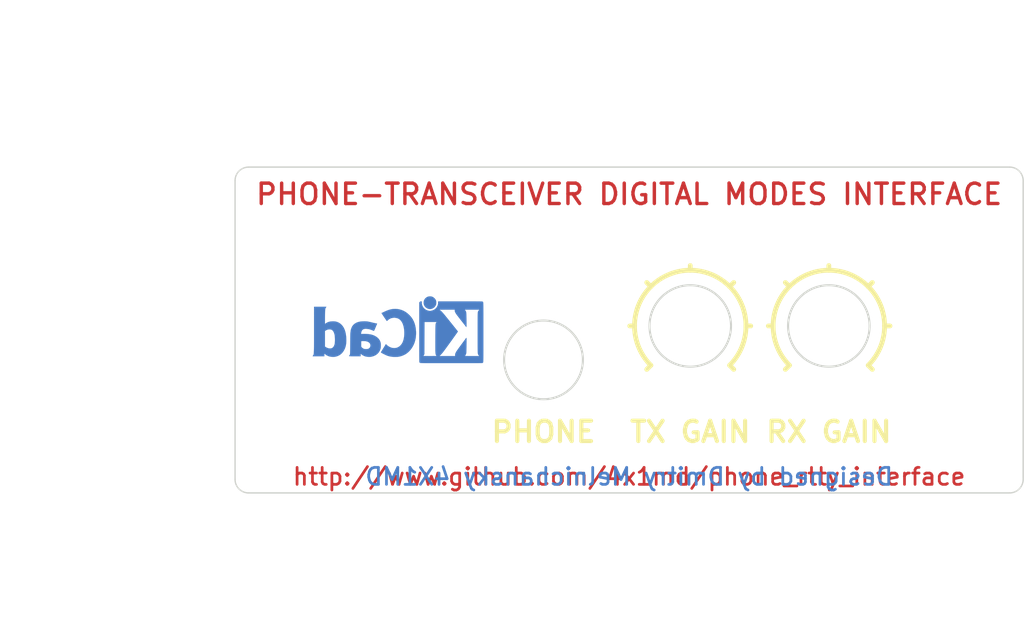
<source format=kicad_pcb>
(kicad_pcb (version 4) (host pcbnew 4.0.7-e2-6376~58~ubuntu16.04.1)

  (general
    (links 0)
    (no_connects 0)
    (area 81.883333 87.8 164.986666 136.700001)
    (thickness 1.6)
    (drawings 57)
    (tracks 0)
    (zones 0)
    (modules 3)
    (nets 1)
  )

  (page A4)
  (title_block
    (title "Phone-transceiver digital modes interface - front panel")
    (date 2017-10-28)
    (rev B)
    (comment 1 https://github.com/4x1md/phone_rtty_interface)
  )

  (layers
    (0 F.Cu signal)
    (31 B.Cu signal)
    (32 B.Adhes user)
    (33 F.Adhes user)
    (34 B.Paste user)
    (35 F.Paste user)
    (36 B.SilkS user)
    (37 F.SilkS user)
    (38 B.Mask user)
    (39 F.Mask user)
    (40 Dwgs.User user)
    (41 Cmts.User user)
    (42 Eco1.User user)
    (43 Eco2.User user)
    (44 Edge.Cuts user)
    (45 Margin user)
    (46 B.CrtYd user)
    (47 F.CrtYd user)
    (48 B.Fab user)
    (49 F.Fab user)
  )

  (setup
    (last_trace_width 0.25)
    (user_trace_width 0.5)
    (user_trace_width 0.75)
    (user_trace_width 1)
    (user_trace_width 1.5)
    (trace_clearance 0.2)
    (zone_clearance 0.35)
    (zone_45_only no)
    (trace_min 0.2)
    (segment_width 0.15)
    (edge_width 0.15)
    (via_size 0.6)
    (via_drill 0.4)
    (via_min_size 0.4)
    (via_min_drill 0.3)
    (user_via 0.75 0.4)
    (user_via 0.85 0.4)
    (user_via 1 0.4)
    (uvia_size 0.3)
    (uvia_drill 0.1)
    (uvias_allowed no)
    (uvia_min_size 0.2)
    (uvia_min_drill 0.1)
    (pcb_text_width 0.3)
    (pcb_text_size 1.5 1.5)
    (mod_edge_width 0.15)
    (mod_text_size 1 1)
    (mod_text_width 0.15)
    (pad_size 2.7 2.7)
    (pad_drill 2.7)
    (pad_to_mask_clearance 0.2)
    (aux_axis_origin 100 100)
    (visible_elements 7FFFFFFF)
    (pcbplotparams
      (layerselection 0x010e0_80000001)
      (usegerberextensions true)
      (excludeedgelayer true)
      (linewidth 0.100000)
      (plotframeref false)
      (viasonmask false)
      (mode 1)
      (useauxorigin false)
      (hpglpennumber 1)
      (hpglpenspeed 20)
      (hpglpendiameter 15)
      (hpglpenoverlay 2)
      (psnegative false)
      (psa4output false)
      (plotreference true)
      (plotvalue false)
      (plotinvisibletext false)
      (padsonsilk false)
      (subtractmaskfromsilk false)
      (outputformat 1)
      (mirror false)
      (drillshape 0)
      (scaleselection 1)
      (outputdirectory gerbers))
  )

  (net 0 "")

  (net_class Default "This is the default net class."
    (clearance 0.2)
    (trace_width 0.25)
    (via_dia 0.6)
    (via_drill 0.4)
    (uvia_dia 0.3)
    (uvia_drill 0.1)
  )

  (module Mounting_Holes:MountingHole_2.7mm_M2.5_ISO7380 locked (layer F.Cu) (tedit 5845FAC3) (tstamp 58459CF2)
    (at 102.7 112)
    (descr "Mounting Hole 2.7mm, no annular, M2.5, ISO7380")
    (tags "mounting hole 2.7mm no annular m2.5 iso7380")
    (fp_text reference MH1 (at 0.37 -5.51) (layer F.SilkS) hide
      (effects (font (size 1 1) (thickness 0.15)))
    )
    (fp_text value MH_2.7mm_M2.5_ISO7380 (at 0.37 -4.24) (layer F.Fab) hide
      (effects (font (size 1 1) (thickness 0.15)))
    )
    (fp_circle (center 0 0) (end 2.25 0) (layer Cmts.User) (width 0.15))
    (fp_circle (center 0 0) (end 2.5 0) (layer F.CrtYd) (width 0.05))
    (pad 1 np_thru_hole circle (at 0 0) (size 2.7 2.7) (drill 2.7) (layers *.Cu *.Mask))
  )

  (module Mounting_Holes:MountingHole_2.7mm_M2.5_ISO7380 locked (layer F.Cu) (tedit 5845FABA) (tstamp 58459D22)
    (at 155.3 112)
    (descr "Mounting Hole 2.7mm, no annular, M2.5, ISO7380")
    (tags "mounting hole 2.7mm no annular m2.5 iso7380")
    (fp_text reference MH2 (at -0.18 -5.51) (layer F.SilkS) hide
      (effects (font (size 1 1) (thickness 0.15)))
    )
    (fp_text value MH_2.7mm_M2.5_ISO7380 (at -0.18 -4.24) (layer F.Fab) hide
      (effects (font (size 1 1) (thickness 0.15)))
    )
    (fp_circle (center 0 0) (end 2.25 0) (layer Cmts.User) (width 0.15))
    (fp_circle (center 0 0) (end 2.5 0) (layer F.CrtYd) (width 0.05))
    (pad 1 np_thru_hole circle (at 0 0) (size 2.7 2.7) (drill 2.7) (layers *.Cu *.Mask))
  )

  (module custom_kicad_footprints:KiCad-Logo_Copper (layer B.Cu) (tedit 0) (tstamp 59F48DE3)
    (at 112 112.5 180)
    (descr "KiCad Logo")
    (tags "Logo KiCad")
    (attr virtual)
    (fp_text reference REF*** (at 0 0 180) (layer B.Cu) hide
      (effects (font (size 1 1) (thickness 0.15)) (justify mirror))
    )
    (fp_text value KiCad-Logo_Copper (at 0.75 0 180) (layer B.Fab) hide
      (effects (font (size 1 1) (thickness 0.15)) (justify mirror))
    )
    (fp_poly (pts (xy -2.9464 2.510946) (xy -2.935535 2.397007) (xy -2.903918 2.289384) (xy -2.853015 2.190385)
      (xy -2.784293 2.102316) (xy -2.699219 2.027484) (xy -2.602232 1.969616) (xy -2.495964 1.929995)
      (xy -2.38895 1.911427) (xy -2.2833 1.912566) (xy -2.181125 1.93207) (xy -2.084534 1.968594)
      (xy -1.995638 2.020795) (xy -1.916546 2.087327) (xy -1.849369 2.166848) (xy -1.796217 2.258013)
      (xy -1.759199 2.359477) (xy -1.740427 2.469898) (xy -1.738489 2.519794) (xy -1.738489 2.607733)
      (xy -1.68656 2.607733) (xy -1.650253 2.604889) (xy -1.623355 2.593089) (xy -1.596249 2.569351)
      (xy -1.557867 2.530969) (xy -1.557867 0.339398) (xy -1.557876 0.077261) (xy -1.557908 -0.163241)
      (xy -1.557972 -0.383048) (xy -1.558076 -0.583101) (xy -1.558227 -0.764344) (xy -1.558434 -0.927716)
      (xy -1.558706 -1.07416) (xy -1.55905 -1.204617) (xy -1.559474 -1.320029) (xy -1.559987 -1.421338)
      (xy -1.560597 -1.509484) (xy -1.561312 -1.58541) (xy -1.56214 -1.650057) (xy -1.563089 -1.704367)
      (xy -1.564167 -1.74928) (xy -1.565383 -1.78574) (xy -1.566745 -1.814687) (xy -1.568261 -1.837063)
      (xy -1.569938 -1.853809) (xy -1.571786 -1.865868) (xy -1.573813 -1.87418) (xy -1.576025 -1.879687)
      (xy -1.577108 -1.881537) (xy -1.581271 -1.888549) (xy -1.584805 -1.894996) (xy -1.588635 -1.9009)
      (xy -1.593682 -1.906286) (xy -1.600871 -1.911178) (xy -1.611123 -1.915598) (xy -1.625364 -1.919572)
      (xy -1.644514 -1.923121) (xy -1.669499 -1.92627) (xy -1.70124 -1.929042) (xy -1.740662 -1.931461)
      (xy -1.788686 -1.933551) (xy -1.846237 -1.935335) (xy -1.914237 -1.936837) (xy -1.99361 -1.93808)
      (xy -2.085279 -1.939089) (xy -2.190166 -1.939885) (xy -2.309196 -1.940494) (xy -2.44329 -1.940939)
      (xy -2.593373 -1.941243) (xy -2.760367 -1.94143) (xy -2.945196 -1.941524) (xy -3.148783 -1.941548)
      (xy -3.37205 -1.941525) (xy -3.615922 -1.94148) (xy -3.881321 -1.941437) (xy -3.919704 -1.941432)
      (xy -4.186682 -1.941389) (xy -4.432002 -1.941318) (xy -4.656583 -1.941213) (xy -4.861345 -1.941066)
      (xy -5.047206 -1.940869) (xy -5.215088 -1.940616) (xy -5.365908 -1.9403) (xy -5.500587 -1.939913)
      (xy -5.620044 -1.939447) (xy -5.725199 -1.938897) (xy -5.816971 -1.938253) (xy -5.896279 -1.937511)
      (xy -5.964043 -1.936661) (xy -6.021182 -1.935697) (xy -6.068617 -1.934611) (xy -6.107266 -1.933397)
      (xy -6.138049 -1.932047) (xy -6.161885 -1.930555) (xy -6.179694 -1.928911) (xy -6.192395 -1.927111)
      (xy -6.200908 -1.925145) (xy -6.205266 -1.923477) (xy -6.213728 -1.919906) (xy -6.221497 -1.91727)
      (xy -6.228602 -1.914634) (xy -6.235073 -1.911062) (xy -6.240939 -1.905621) (xy -6.246229 -1.897375)
      (xy -6.250974 -1.88539) (xy -6.255202 -1.868731) (xy -6.258943 -1.846463) (xy -6.262227 -1.817652)
      (xy -6.265083 -1.781363) (xy -6.26754 -1.736661) (xy -6.269629 -1.682611) (xy -6.271378 -1.618279)
      (xy -6.272817 -1.54273) (xy -6.273976 -1.45503) (xy -6.274883 -1.354243) (xy -6.275569 -1.239434)
      (xy -6.276063 -1.10967) (xy -6.276395 -0.964015) (xy -6.276593 -0.801535) (xy -6.276687 -0.621295)
      (xy -6.276708 -0.42236) (xy -6.276685 -0.203796) (xy -6.276646 0.035332) (xy -6.276622 0.29596)
      (xy -6.276622 0.338111) (xy -6.276636 0.601008) (xy -6.276661 0.842268) (xy -6.276671 1.062835)
      (xy -6.276642 1.263648) (xy -6.276548 1.445651) (xy -6.276362 1.609784) (xy -6.276059 1.756989)
      (xy -6.275614 1.888208) (xy -6.275034 1.998133) (xy -5.972197 1.998133) (xy -5.932407 1.940289)
      (xy -5.921236 1.924521) (xy -5.911166 1.910559) (xy -5.902138 1.897216) (xy -5.894097 1.883307)
      (xy -5.886986 1.867644) (xy -5.880747 1.849042) (xy -5.875325 1.826314) (xy -5.870662 1.798273)
      (xy -5.866701 1.763733) (xy -5.863385 1.721508) (xy -5.860659 1.670411) (xy -5.858464 1.609256)
      (xy -5.856745 1.536856) (xy -5.855444 1.452025) (xy -5.854505 1.353578) (xy -5.85387 1.240326)
      (xy -5.853484 1.111084) (xy -5.853288 0.964666) (xy -5.853227 0.799884) (xy -5.853243 0.615553)
      (xy -5.85328 0.410487) (xy -5.853289 0.287867) (xy -5.853265 0.070918) (xy -5.853231 -0.124642)
      (xy -5.853243 -0.299999) (xy -5.853358 -0.456341) (xy -5.85363 -0.594857) (xy -5.854118 -0.716734)
      (xy -5.854876 -0.82316) (xy -5.855962 -0.915322) (xy -5.857431 -0.994409) (xy -5.85934 -1.061608)
      (xy -5.861744 -1.118107) (xy -5.864701 -1.165093) (xy -5.868266 -1.203755) (xy -5.872495 -1.23528)
      (xy -5.877446 -1.260855) (xy -5.883173 -1.28167) (xy -5.889733 -1.298911) (xy -5.897183 -1.313765)
      (xy -5.905579 -1.327422) (xy -5.914976 -1.341069) (xy -5.925432 -1.355893) (xy -5.931523 -1.364783)
      (xy -5.970296 -1.4224) (xy -5.438732 -1.4224) (xy -5.315483 -1.422365) (xy -5.212987 -1.422215)
      (xy -5.12942 -1.421878) (xy -5.062956 -1.421286) (xy -5.011771 -1.420367) (xy -4.974041 -1.419051)
      (xy -4.94794 -1.417269) (xy -4.931644 -1.414951) (xy -4.923328 -1.412026) (xy -4.921168 -1.408424)
      (xy -4.923339 -1.404075) (xy -4.924535 -1.402645) (xy -4.949685 -1.365573) (xy -4.975583 -1.312772)
      (xy -4.999192 -1.25077) (xy -5.007461 -1.224357) (xy -5.012078 -1.206416) (xy -5.015979 -1.185355)
      (xy -5.019248 -1.159089) (xy -5.021966 -1.125532) (xy -5.024215 -1.082599) (xy -5.026077 -1.028204)
      (xy -5.027636 -0.960262) (xy -5.028972 -0.876688) (xy -5.030169 -0.775395) (xy -5.031308 -0.6543)
      (xy -5.031685 -0.6096) (xy -5.032702 -0.484449) (xy -5.03346 -0.380082) (xy -5.033903 -0.294707)
      (xy -5.03397 -0.226533) (xy -5.033605 -0.173765) (xy -5.032748 -0.134614) (xy -5.031341 -0.107285)
      (xy -5.029325 -0.089986) (xy -5.026643 -0.080926) (xy -5.023236 -0.078312) (xy -5.019044 -0.080351)
      (xy -5.014571 -0.084667) (xy -5.004216 -0.097602) (xy -4.982158 -0.126676) (xy -4.949957 -0.169759)
      (xy -4.909174 -0.224718) (xy -4.86137 -0.289423) (xy -4.808105 -0.361742) (xy -4.75094 -0.439544)
      (xy -4.691437 -0.520698) (xy -4.631155 -0.603072) (xy -4.571655 -0.684536) (xy -4.514498 -0.762957)
      (xy -4.461245 -0.836204) (xy -4.413457 -0.902147) (xy -4.372693 -0.958654) (xy -4.340516 -1.003593)
      (xy -4.318485 -1.034834) (xy -4.313917 -1.041466) (xy -4.290996 -1.078369) (xy -4.264188 -1.126359)
      (xy -4.238789 -1.175897) (xy -4.235568 -1.182577) (xy -4.21389 -1.230772) (xy -4.201304 -1.268334)
      (xy -4.195574 -1.30416) (xy -4.194456 -1.3462) (xy -4.19509 -1.4224) (xy -3.040651 -1.4224)
      (xy -3.131815 -1.328669) (xy -3.178612 -1.278775) (xy -3.228899 -1.222295) (xy -3.274944 -1.168026)
      (xy -3.295369 -1.142673) (xy -3.325807 -1.103128) (xy -3.365862 -1.049916) (xy -3.414361 -0.984667)
      (xy -3.470135 -0.909011) (xy -3.532011 -0.824577) (xy -3.598819 -0.732994) (xy -3.669387 -0.635892)
      (xy -3.742545 -0.534901) (xy -3.817121 -0.43165) (xy -3.891944 -0.327768) (xy -3.965843 -0.224885)
      (xy -4.037646 -0.124631) (xy -4.106184 -0.028636) (xy -4.170284 0.061473) (xy -4.228775 0.144064)
      (xy -4.280486 0.217508) (xy -4.324247 0.280176) (xy -4.358885 0.330439) (xy -4.38323 0.366666)
      (xy -4.396111 0.387229) (xy -4.397869 0.391332) (xy -4.38991 0.402658) (xy -4.369115 0.429838)
      (xy -4.336847 0.471171) (xy -4.29447 0.524956) (xy -4.243347 0.589494) (xy -4.184841 0.663082)
      (xy -4.120314 0.744022) (xy -4.051131 0.830612) (xy -3.978653 0.921152) (xy -3.904246 1.01394)
      (xy -3.844517 1.088298) (xy -2.833511 1.088298) (xy -2.827602 1.075341) (xy -2.813272 1.053092)
      (xy -2.812225 1.051609) (xy -2.793438 1.021456) (xy -2.773791 0.984625) (xy -2.769892 0.976489)
      (xy -2.766356 0.96806) (xy -2.76323 0.957941) (xy -2.760486 0.94474) (xy -2.758092 0.927062)
      (xy -2.756019 0.903516) (xy -2.754235 0.872707) (xy -2.752712 0.833243) (xy -2.751419 0.783731)
      (xy -2.750326 0.722777) (xy -2.749403 0.648989) (xy -2.748619 0.560972) (xy -2.747945 0.457335)
      (xy -2.74735 0.336684) (xy -2.746805 0.197626) (xy -2.746279 0.038768) (xy -2.745745 -0.140089)
      (xy -2.745206 -0.325207) (xy -2.744772 -0.489145) (xy -2.744509 -0.633303) (xy -2.744484 -0.759079)
      (xy -2.744765 -0.867871) (xy -2.745419 -0.961077) (xy -2.746514 -1.040097) (xy -2.748118 -1.106328)
      (xy -2.750297 -1.16117) (xy -2.753119 -1.206021) (xy -2.756651 -1.242278) (xy -2.760961 -1.271341)
      (xy -2.766117 -1.294609) (xy -2.772185 -1.313479) (xy -2.779233 -1.329351) (xy -2.787329 -1.343622)
      (xy -2.79654 -1.357691) (xy -2.80504 -1.370158) (xy -2.822176 -1.396452) (xy -2.832322 -1.414037)
      (xy -2.833511 -1.417257) (xy -2.822604 -1.418334) (xy -2.791411 -1.419335) (xy -2.742223 -1.420235)
      (xy -2.677333 -1.42101) (xy -2.59903 -1.421637) (xy -2.509607 -1.422091) (xy -2.411356 -1.422349)
      (xy -2.342445 -1.4224) (xy -2.237452 -1.42218) (xy -2.14061 -1.421548) (xy -2.054107 -1.420549)
      (xy -1.980132 -1.419227) (xy -1.920874 -1.417626) (xy -1.87852 -1.415791) (xy -1.85526 -1.413765)
      (xy -1.851378 -1.412493) (xy -1.859076 -1.397591) (xy -1.867074 -1.38956) (xy -1.880246 -1.372434)
      (xy -1.897485 -1.342183) (xy -1.909407 -1.317622) (xy -1.936045 -1.258711) (xy -1.93912 -0.081845)
      (xy -1.942195 1.095022) (xy -2.387853 1.095022) (xy -2.48567 1.094858) (xy -2.576064 1.094389)
      (xy -2.65663 1.093653) (xy -2.724962 1.092684) (xy -2.778656 1.09152) (xy -2.815305 1.090197)
      (xy -2.832504 1.088751) (xy -2.833511 1.088298) (xy -3.844517 1.088298) (xy -3.82927 1.107278)
      (xy -3.75509 1.199463) (xy -3.683069 1.288796) (xy -3.614569 1.373576) (xy -3.550955 1.452102)
      (xy -3.493588 1.522674) (xy -3.443833 1.583591) (xy -3.403052 1.633153) (xy -3.385888 1.653822)
      (xy -3.299596 1.754484) (xy -3.222997 1.837741) (xy -3.154183 1.905562) (xy -3.091248 1.959911)
      (xy -3.081867 1.967278) (xy -3.042356 1.997883) (xy -4.174116 1.998133) (xy -4.168827 1.950156)
      (xy -4.17213 1.892812) (xy -4.193661 1.824537) (xy -4.233635 1.744788) (xy -4.278943 1.672505)
      (xy -4.295161 1.64986) (xy -4.323214 1.612304) (xy -4.36143 1.561979) (xy -4.408137 1.501027)
      (xy -4.461661 1.431589) (xy -4.520331 1.355806) (xy -4.582475 1.27582) (xy -4.646421 1.193772)
      (xy -4.710495 1.111804) (xy -4.773027 1.032057) (xy -4.832343 0.956673) (xy -4.886771 0.887793)
      (xy -4.934639 0.827558) (xy -4.974275 0.778111) (xy -5.004006 0.741592) (xy -5.022161 0.720142)
      (xy -5.02522 0.716844) (xy -5.028079 0.724851) (xy -5.030293 0.755145) (xy -5.031857 0.807444)
      (xy -5.032767 0.881469) (xy -5.03302 0.976937) (xy -5.032613 1.093566) (xy -5.031704 1.213555)
      (xy -5.030382 1.345667) (xy -5.028857 1.457406) (xy -5.026881 1.550975) (xy -5.024206 1.628581)
      (xy -5.020582 1.692426) (xy -5.015761 1.744717) (xy -5.009494 1.787656) (xy -5.001532 1.823449)
      (xy -4.991627 1.8543) (xy -4.979531 1.882414) (xy -4.964993 1.909995) (xy -4.950311 1.935034)
      (xy -4.912314 1.998133) (xy -5.972197 1.998133) (xy -6.275034 1.998133) (xy -6.275001 2.004383)
      (xy -6.274195 2.106456) (xy -6.27317 2.195367) (xy -6.2719 2.272059) (xy -6.27036 2.337473)
      (xy -6.268524 2.392551) (xy -6.266367 2.438235) (xy -6.263863 2.475466) (xy -6.260987 2.505187)
      (xy -6.257713 2.528338) (xy -6.254015 2.545861) (xy -6.249869 2.558699) (xy -6.245247 2.567792)
      (xy -6.240126 2.574082) (xy -6.234478 2.578512) (xy -6.228279 2.582022) (xy -6.221504 2.585555)
      (xy -6.215508 2.589124) (xy -6.210275 2.5917) (xy -6.202099 2.594028) (xy -6.189886 2.596122)
      (xy -6.172541 2.597993) (xy -6.148969 2.599653) (xy -6.118077 2.601116) (xy -6.078768 2.602392)
      (xy -6.02995 2.603496) (xy -5.970527 2.604439) (xy -5.899404 2.605233) (xy -5.815488 2.605891)
      (xy -5.717683 2.606425) (xy -5.604894 2.606847) (xy -5.476029 2.607171) (xy -5.329991 2.607408)
      (xy -5.165686 2.60757) (xy -4.98202 2.60767) (xy -4.777897 2.60772) (xy -4.566753 2.607733)
      (xy -2.9464 2.607733) (xy -2.9464 2.510946)) (layer B.Cu) (width 0.01))
    (fp_poly (pts (xy 0.328429 2.050929) (xy 0.48857 2.029755) (xy 0.65251 1.989615) (xy 0.822313 1.930111)
      (xy 1.000043 1.850846) (xy 1.01131 1.845301) (xy 1.069005 1.817275) (xy 1.120552 1.793198)
      (xy 1.162191 1.774751) (xy 1.190162 1.763614) (xy 1.199733 1.761067) (xy 1.21895 1.756059)
      (xy 1.223561 1.751853) (xy 1.218458 1.74142) (xy 1.202418 1.715132) (xy 1.177288 1.675743)
      (xy 1.144914 1.626009) (xy 1.107143 1.568685) (xy 1.065822 1.506524) (xy 1.022798 1.442282)
      (xy 0.979917 1.378715) (xy 0.939026 1.318575) (xy 0.901971 1.26462) (xy 0.8706 1.219603)
      (xy 0.846759 1.186279) (xy 0.832294 1.167403) (xy 0.830309 1.165213) (xy 0.820191 1.169862)
      (xy 0.79785 1.187038) (xy 0.76728 1.21356) (xy 0.751536 1.228036) (xy 0.655047 1.303318)
      (xy 0.548336 1.358759) (xy 0.432832 1.393859) (xy 0.309962 1.40812) (xy 0.240561 1.406949)
      (xy 0.119423 1.389788) (xy 0.010205 1.353906) (xy -0.087418 1.299041) (xy -0.173772 1.22493)
      (xy -0.249185 1.131312) (xy -0.313982 1.017924) (xy -0.351399 0.931333) (xy -0.395252 0.795634)
      (xy -0.427572 0.64815) (xy -0.448443 0.492686) (xy -0.457949 0.333044) (xy -0.456173 0.173027)
      (xy -0.443197 0.016439) (xy -0.419106 -0.132918) (xy -0.383982 -0.27124) (xy -0.337908 -0.394724)
      (xy -0.321627 -0.428978) (xy -0.25338 -0.543064) (xy -0.172921 -0.639557) (xy -0.08143 -0.71767)
      (xy 0.019911 -0.776617) (xy 0.12992 -0.815612) (xy 0.247415 -0.833868) (xy 0.288883 -0.835211)
      (xy 0.410441 -0.82429) (xy 0.530878 -0.791474) (xy 0.648666 -0.737439) (xy 0.762277 -0.662865)
      (xy 0.853685 -0.584539) (xy 0.900215 -0.540008) (xy 1.081483 -0.837271) (xy 1.12658 -0.911433)
      (xy 1.167819 -0.979646) (xy 1.203735 -1.039459) (xy 1.232866 -1.08842) (xy 1.25375 -1.124079)
      (xy 1.264924 -1.143984) (xy 1.266375 -1.147079) (xy 1.258146 -1.156718) (xy 1.232567 -1.173999)
      (xy 1.192873 -1.197283) (xy 1.142297 -1.224934) (xy 1.084074 -1.255315) (xy 1.021437 -1.28679)
      (xy 0.957621 -1.317722) (xy 0.89586 -1.346473) (xy 0.839388 -1.371408) (xy 0.791438 -1.390889)
      (xy 0.767986 -1.399318) (xy 0.634221 -1.437133) (xy 0.496327 -1.462136) (xy 0.348622 -1.47514)
      (xy 0.221833 -1.477468) (xy 0.153878 -1.476373) (xy 0.088277 -1.474275) (xy 0.030847 -1.471434)
      (xy -0.012597 -1.468106) (xy -0.026702 -1.466422) (xy -0.165716 -1.437587) (xy -0.307243 -1.392468)
      (xy -0.444725 -1.33375) (xy -0.571606 -1.26412) (xy -0.649111 -1.211441) (xy -0.776519 -1.103239)
      (xy -0.894822 -0.976671) (xy -1.001828 -0.834866) (xy -1.095348 -0.680951) (xy -1.17319 -0.518053)
      (xy -1.217044 -0.400756) (xy -1.267292 -0.217128) (xy -1.300791 -0.022581) (xy -1.317551 0.178675)
      (xy -1.317584 0.382432) (xy -1.300899 0.584479) (xy -1.267507 0.780608) (xy -1.21742 0.966609)
      (xy -1.213603 0.978197) (xy -1.150719 1.14025) (xy -1.073972 1.288168) (xy -0.980758 1.426135)
      (xy -0.868473 1.558339) (xy -0.824608 1.603601) (xy -0.688466 1.727543) (xy -0.548509 1.830085)
      (xy -0.402589 1.912344) (xy -0.248558 1.975436) (xy -0.084268 2.020477) (xy 0.011289 2.037967)
      (xy 0.170023 2.053534) (xy 0.328429 2.050929)) (layer B.Cu) (width 0.01))
    (fp_poly (pts (xy 2.673574 1.133448) (xy 2.825492 1.113433) (xy 2.960756 1.079798) (xy 3.080239 1.032275)
      (xy 3.184815 0.970595) (xy 3.262424 0.907035) (xy 3.331265 0.832901) (xy 3.385006 0.753129)
      (xy 3.42791 0.660909) (xy 3.443384 0.617839) (xy 3.456244 0.578858) (xy 3.467446 0.542711)
      (xy 3.47712 0.507566) (xy 3.485396 0.47159) (xy 3.492403 0.43295) (xy 3.498272 0.389815)
      (xy 3.503131 0.340351) (xy 3.50711 0.282727) (xy 3.51034 0.215109) (xy 3.512949 0.135666)
      (xy 3.515067 0.042564) (xy 3.516824 -0.066027) (xy 3.518349 -0.191942) (xy 3.519772 -0.337012)
      (xy 3.521025 -0.479778) (xy 3.522351 -0.635968) (xy 3.523556 -0.771239) (xy 3.524766 -0.887246)
      (xy 3.526106 -0.985645) (xy 3.5277 -1.068093) (xy 3.529675 -1.136246) (xy 3.532156 -1.19176)
      (xy 3.535269 -1.236292) (xy 3.539138 -1.271498) (xy 3.543889 -1.299034) (xy 3.549648 -1.320556)
      (xy 3.556539 -1.337722) (xy 3.564689 -1.352186) (xy 3.574223 -1.365606) (xy 3.585266 -1.379638)
      (xy 3.589566 -1.385071) (xy 3.605386 -1.40791) (xy 3.612422 -1.423463) (xy 3.612444 -1.423922)
      (xy 3.601567 -1.426121) (xy 3.570582 -1.428147) (xy 3.521957 -1.429942) (xy 3.458163 -1.431451)
      (xy 3.381669 -1.432616) (xy 3.294944 -1.43338) (xy 3.200457 -1.433686) (xy 3.18955 -1.433689)
      (xy 2.766657 -1.433689) (xy 2.763395 -1.337622) (xy 2.760133 -1.241556) (xy 2.698044 -1.292543)
      (xy 2.600714 -1.360057) (xy 2.490813 -1.414749) (xy 2.404349 -1.444978) (xy 2.335278 -1.459666)
      (xy 2.251925 -1.469659) (xy 2.162159 -1.474646) (xy 2.073845 -1.474313) (xy 1.994851 -1.468351)
      (xy 1.958622 -1.462638) (xy 1.818603 -1.424776) (xy 1.692178 -1.369932) (xy 1.58026 -1.298924)
      (xy 1.483762 -1.212568) (xy 1.4036 -1.111679) (xy 1.340687 -0.997076) (xy 1.296312 -0.870984)
      (xy 1.283978 -0.814401) (xy 1.276368 -0.752202) (xy 1.272739 -0.677363) (xy 1.272245 -0.643467)
      (xy 1.27231 -0.640282) (xy 2.032248 -0.640282) (xy 2.041541 -0.715333) (xy 2.069728 -0.77916)
      (xy 2.118197 -0.834798) (xy 2.123254 -0.839211) (xy 2.171548 -0.874037) (xy 2.223257 -0.89662)
      (xy 2.283989 -0.90854) (xy 2.359352 -0.911383) (xy 2.377459 -0.910978) (xy 2.431278 -0.908325)
      (xy 2.471308 -0.902909) (xy 2.506324 -0.892745) (xy 2.545103 -0.87585) (xy 2.555745 -0.870672)
      (xy 2.616396 -0.834844) (xy 2.663215 -0.792212) (xy 2.675952 -0.776973) (xy 2.720622 -0.720462)
      (xy 2.720622 -0.524586) (xy 2.720086 -0.445939) (xy 2.718396 -0.387988) (xy 2.715428 -0.348875)
      (xy 2.711057 -0.326741) (xy 2.706972 -0.320274) (xy 2.691047 -0.317111) (xy 2.657264 -0.314488)
      (xy 2.61034 -0.312655) (xy 2.554993 -0.311857) (xy 2.546106 -0.311842) (xy 2.42533 -0.317096)
      (xy 2.32266 -0.333263) (xy 2.236106 -0.360961) (xy 2.163681 -0.400808) (xy 2.108751 -0.447758)
      (xy 2.064204 -0.505645) (xy 2.03948 -0.568693) (xy 2.032248 -0.640282) (xy 1.27231 -0.640282)
      (xy 1.274178 -0.549712) (xy 1.282522 -0.470812) (xy 1.298768 -0.39959) (xy 1.324405 -0.328864)
      (xy 1.348401 -0.276493) (xy 1.40702 -0.181196) (xy 1.485117 -0.09317) (xy 1.580315 -0.014017)
      (xy 1.690238 0.05466) (xy 1.81251 0.111259) (xy 1.944755 0.154179) (xy 2.009422 0.169118)
      (xy 2.145604 0.191223) (xy 2.294049 0.205806) (xy 2.445505 0.212187) (xy 2.572064 0.210555)
      (xy 2.73395 0.203776) (xy 2.72653 0.262755) (xy 2.707238 0.361908) (xy 2.676104 0.442628)
      (xy 2.632269 0.505534) (xy 2.574871 0.551244) (xy 2.503048 0.580378) (xy 2.415941 0.593553)
      (xy 2.312686 0.591389) (xy 2.274711 0.587388) (xy 2.13352 0.56222) (xy 1.996707 0.521186)
      (xy 1.902178 0.483185) (xy 1.857018 0.46381) (xy 1.818585 0.44824) (xy 1.792234 0.438595)
      (xy 1.784546 0.436548) (xy 1.774802 0.445626) (xy 1.758083 0.474595) (xy 1.734232 0.523783)
      (xy 1.703093 0.593516) (xy 1.664507 0.684121) (xy 1.65791 0.699911) (xy 1.627853 0.772228)
      (xy 1.600874 0.837575) (xy 1.578136 0.893094) (xy 1.560806 0.935928) (xy 1.550048 0.963219)
      (xy 1.546941 0.972058) (xy 1.55694 0.976813) (xy 1.583217 0.98209) (xy 1.611489 0.985769)
      (xy 1.641646 0.990526) (xy 1.689433 0.999972) (xy 1.750612 1.01318) (xy 1.820946 1.029224)
      (xy 1.896194 1.04718) (xy 1.924755 1.054203) (xy 2.029816 1.079791) (xy 2.11748 1.099853)
      (xy 2.192068 1.115031) (xy 2.257903 1.125965) (xy 2.319307 1.133296) (xy 2.380602 1.137665)
      (xy 2.44611 1.139713) (xy 2.504128 1.140111) (xy 2.673574 1.133448)) (layer B.Cu) (width 0.01))
    (fp_poly (pts (xy 6.186507 0.527755) (xy 6.186526 0.293338) (xy 6.186552 0.080397) (xy 6.186625 -0.112168)
      (xy 6.186782 -0.285459) (xy 6.187064 -0.440576) (xy 6.187509 -0.57862) (xy 6.188156 -0.700692)
      (xy 6.189045 -0.807894) (xy 6.190213 -0.901326) (xy 6.191701 -0.98209) (xy 6.193546 -1.051286)
      (xy 6.195789 -1.110015) (xy 6.198469 -1.159379) (xy 6.201623 -1.200478) (xy 6.205292 -1.234413)
      (xy 6.209513 -1.262286) (xy 6.214327 -1.285198) (xy 6.219773 -1.304249) (xy 6.225888 -1.32054)
      (xy 6.232712 -1.335173) (xy 6.240285 -1.349249) (xy 6.248645 -1.363868) (xy 6.253839 -1.372974)
      (xy 6.288104 -1.433689) (xy 5.429955 -1.433689) (xy 5.429955 -1.337733) (xy 5.429224 -1.29437)
      (xy 5.427272 -1.261205) (xy 5.424463 -1.243424) (xy 5.423221 -1.241778) (xy 5.411799 -1.248662)
      (xy 5.389084 -1.266505) (xy 5.366385 -1.285879) (xy 5.3118 -1.326614) (xy 5.242321 -1.367617)
      (xy 5.16527 -1.405123) (xy 5.087965 -1.435364) (xy 5.057113 -1.445012) (xy 4.988616 -1.459578)
      (xy 4.905764 -1.469539) (xy 4.816371 -1.474583) (xy 4.728248 -1.474396) (xy 4.649207 -1.468666)
      (xy 4.611511 -1.462858) (xy 4.473414 -1.424797) (xy 4.346113 -1.367073) (xy 4.230292 -1.290211)
      (xy 4.126637 -1.194739) (xy 4.035833 -1.081179) (xy 3.969031 -0.970381) (xy 3.914164 -0.853625)
      (xy 3.872163 -0.734276) (xy 3.842167 -0.608283) (xy 3.823311 -0.471594) (xy 3.814732 -0.320158)
      (xy 3.814006 -0.242711) (xy 3.8161 -0.185934) (xy 4.645217 -0.185934) (xy 4.645424 -0.279002)
      (xy 4.648337 -0.366692) (xy 4.654 -0.443772) (xy 4.662455 -0.505009) (xy 4.665038 -0.51735)
      (xy 4.69684 -0.624633) (xy 4.738498 -0.711658) (xy 4.790363 -0.778642) (xy 4.852781 -0.825805)
      (xy 4.9261 -0.853365) (xy 5.010669 -0.861541) (xy 5.106835 -0.850551) (xy 5.170311 -0.834829)
      (xy 5.219454 -0.816639) (xy 5.273583 -0.790791) (xy 5.314244 -0.767089) (xy 5.3848 -0.720721)
      (xy 5.3848 0.42947) (xy 5.317392 0.473038) (xy 5.238867 0.51396) (xy 5.154681 0.540611)
      (xy 5.069557 0.552535) (xy 4.988216 0.549278) (xy 4.91538 0.530385) (xy 4.883426 0.514816)
      (xy 4.825501 0.471819) (xy 4.776544 0.415047) (xy 4.73539 0.342425) (xy 4.700874 0.251879)
      (xy 4.671833 0.141334) (xy 4.670552 0.135467) (xy 4.660381 0.073212) (xy 4.652739 -0.004594)
      (xy 4.64767 -0.09272) (xy 4.645217 -0.185934) (xy 3.8161 -0.185934) (xy 3.821857 -0.029895)
      (xy 3.843802 0.165941) (xy 3.879786 0.344668) (xy 3.929759 0.506155) (xy 3.993668 0.650274)
      (xy 4.071462 0.776894) (xy 4.163089 0.885885) (xy 4.268497 0.977117) (xy 4.313662 1.008068)
      (xy 4.414611 1.064215) (xy 4.517901 1.103826) (xy 4.627989 1.127986) (xy 4.74933 1.137781)
      (xy 4.841836 1.136735) (xy 4.97149 1.125769) (xy 5.084084 1.103954) (xy 5.182875 1.070286)
      (xy 5.271121 1.023764) (xy 5.319986 0.989552) (xy 5.349353 0.967638) (xy 5.371043 0.952667)
      (xy 5.379253 0.948267) (xy 5.380868 0.959096) (xy 5.382159 0.989749) (xy 5.383138 1.037474)
      (xy 5.383817 1.099521) (xy 5.38421 1.173138) (xy 5.38433 1.255573) (xy 5.384188 1.344075)
      (xy 5.383797 1.435893) (xy 5.383171 1.528276) (xy 5.38232 1.618472) (xy 5.38126 1.703729)
      (xy 5.380001 1.781297) (xy 5.378556 1.848424) (xy 5.376938 1.902359) (xy 5.375161 1.94035)
      (xy 5.374669 1.947333) (xy 5.367092 2.017749) (xy 5.355531 2.072898) (xy 5.337792 2.120019)
      (xy 5.311682 2.166353) (xy 5.305415 2.175933) (xy 5.280983 2.212622) (xy 6.186311 2.212622)
      (xy 6.186507 0.527755)) (layer B.Cu) (width 0.01))
    (fp_poly (pts (xy -2.273043 2.973429) (xy -2.176768 2.949191) (xy -2.090184 2.906359) (xy -2.015373 2.846581)
      (xy -1.954418 2.771506) (xy -1.909399 2.68278) (xy -1.883136 2.58647) (xy -1.877286 2.489205)
      (xy -1.89214 2.395346) (xy -1.92584 2.307489) (xy -1.976528 2.22823) (xy -2.042345 2.160164)
      (xy -2.121434 2.105888) (xy -2.211934 2.067998) (xy -2.2632 2.055574) (xy -2.307698 2.048053)
      (xy -2.341999 2.045081) (xy -2.37496 2.046906) (xy -2.415434 2.053775) (xy -2.448531 2.06075)
      (xy -2.541947 2.092259) (xy -2.625619 2.143383) (xy -2.697665 2.212571) (xy -2.7562 2.298272)
      (xy -2.770148 2.325511) (xy -2.786586 2.361878) (xy -2.796894 2.392418) (xy -2.80246 2.42455)
      (xy -2.804669 2.465693) (xy -2.804948 2.511778) (xy -2.800861 2.596135) (xy -2.787446 2.665414)
      (xy -2.762256 2.726039) (xy -2.722846 2.784433) (xy -2.684298 2.828698) (xy -2.612406 2.894516)
      (xy -2.537313 2.939947) (xy -2.454562 2.96715) (xy -2.376928 2.977424) (xy -2.273043 2.973429)) (layer B.Cu) (width 0.01))
  )

  (gr_line (start 147.8 111.7) (end 148.2 111.7) (angle 90) (layer F.SilkS) (width 0.35))
  (gr_arc (start 143.7 111.7) (end 140.8 114.6) (angle 90) (layer F.SilkS) (width 0.35))
  (gr_arc (start 143.7 111.7) (end 140.8 108.8) (angle 90) (layer F.SilkS) (width 0.35))
  (gr_arc (start 143.7 111.7) (end 146.6 108.8) (angle 90) (layer F.SilkS) (width 0.35))
  (gr_arc (start 133.5 111.7) (end 130.6 114.6) (angle 90) (layer F.SilkS) (width 0.35))
  (gr_arc (start 133.5 111.7) (end 130.6 108.8) (angle 90) (layer F.SilkS) (width 0.35))
  (gr_arc (start 133.5 111.7) (end 136.4 108.8) (angle 90) (layer F.SilkS) (width 0.35))
  (gr_circle (center 122.7 114.2) (end 122.7 117.1) (layer Edge.Cuts) (width 0.15))
  (gr_line (start 122.7 110.8) (end 122.7 117.6) (angle 90) (layer Dwgs.User) (width 0.05))
  (gr_circle (center 133.5 111.7) (end 136.5 111.7) (layer Edge.Cuts) (width 0.15) (tstamp 59F79712))
  (gr_circle (center 143.7 111.7) (end 146.7 111.7) (layer Edge.Cuts) (width 0.15))
  (gr_line (start 140.8 108.8) (end 140.5 108.5) (angle 90) (layer F.SilkS) (width 0.35))
  (gr_line (start 147.2 115.2) (end 140.3 108.3) (angle 90) (layer Dwgs.User) (width 0.05))
  (gr_line (start 140.2 115.2) (end 147.2 108.2) (angle 90) (layer Dwgs.User) (width 0.05))
  (gr_line (start 137 115.2) (end 130 108.2) (angle 90) (layer Dwgs.User) (width 0.05))
  (gr_line (start 130 115.2) (end 137 108.2) (angle 90) (layer Dwgs.User) (width 0.05))
  (gr_line (start 146.9 114.9) (end 146.6 114.6) (angle 90) (layer F.SilkS) (width 0.35))
  (gr_line (start 140.5 114.9) (end 140.8 114.6) (angle 90) (layer F.SilkS) (width 0.35))
  (gr_line (start 146.9 108.5) (end 146.6 108.8) (angle 90) (layer F.SilkS) (width 0.35))
  (gr_line (start 136.7 114.9) (end 136.4 114.6) (angle 90) (layer F.SilkS) (width 0.35))
  (gr_line (start 130.3 114.9) (end 130.6 114.6) (angle 90) (layer F.SilkS) (width 0.35))
  (gr_line (start 130.3 108.5) (end 130.6 108.8) (angle 90) (layer F.SilkS) (width 0.35))
  (gr_line (start 136.7 108.5) (end 136.4 108.8) (angle 90) (layer F.SilkS) (width 0.35))
  (gr_line (start 129.05 111.7) (end 129.4 111.7) (angle 90) (layer F.SilkS) (width 0.35) (tstamp 59F49008))
  (gr_line (start 133.5 107.25) (end 133.5 107.6) (angle 90) (layer F.SilkS) (width 0.35) (tstamp 59F48FFE))
  (gr_line (start 118.8 114.2) (end 126.6 114.2) (angle 90) (layer Dwgs.User) (width 0.05) (tstamp 59F48F07))
  (gr_text "PCB level" (at 152.4 115.9) (layer Cmts.User)
    (effects (font (size 1.2 1.2) (thickness 0.1)))
  )
  (dimension 24 (width 0.1) (layer Dwgs.User)
    (gr_text "24.000 mm" (at 86.65 112 270) (layer Dwgs.User) (tstamp 59F48ECE)
      (effects (font (size 1.1 1.1) (thickness 0.1)))
    )
    (feature1 (pts (xy 99.5 124) (xy 85.3 124)))
    (feature2 (pts (xy 99.5 100) (xy 85.3 100)))
    (crossbar (pts (xy 88 100) (xy 88 124)))
    (arrow1a (pts (xy 88 124) (xy 87.413579 122.873496)))
    (arrow1b (pts (xy 88 124) (xy 88.586421 122.873496)))
    (arrow2a (pts (xy 88 100) (xy 87.413579 101.126504)))
    (arrow2b (pts (xy 88 100) (xy 88.586421 101.126504)))
  )
  (dimension 12.3 (width 0.1) (layer Dwgs.User)
    (gr_text "12.300 mm" (at 90.65 117.85 270) (layer Dwgs.User) (tstamp 59F48ECC)
      (effects (font (size 1.1 1.1) (thickness 0.1)))
    )
    (feature1 (pts (xy 99.5 124) (xy 89.3 124)))
    (feature2 (pts (xy 99.5 111.7) (xy 89.3 111.7)))
    (crossbar (pts (xy 92 111.7) (xy 92 124)))
    (arrow1a (pts (xy 92 124) (xy 91.413579 122.873496)))
    (arrow1b (pts (xy 92 124) (xy 92.586421 122.873496)))
    (arrow2a (pts (xy 92 111.7) (xy 91.413579 112.826504)))
    (arrow2b (pts (xy 92 111.7) (xy 92.586421 112.826504)))
  )
  (gr_line (start 137.6 111.7) (end 137.95 111.7) (angle 90) (layer F.SilkS) (width 0.35) (tstamp 59F48E25))
  (gr_line (start 139.25 111.7) (end 139.6 111.7) (angle 90) (layer F.SilkS) (width 0.35) (tstamp 59F48E23))
  (gr_line (start 143.7 107.25) (end 143.7 107.6) (angle 90) (layer F.SilkS) (width 0.35) (tstamp 59F48E19))
  (gr_text PHONE (at 122.7 119.5) (layer F.SilkS)
    (effects (font (size 1.5 1.5) (thickness 0.3)))
  )
  (gr_text "RX GAIN" (at 143.7 119.5) (layer F.SilkS)
    (effects (font (size 1.5 1.5) (thickness 0.3)))
  )
  (gr_text "TX GAIN" (at 133.5 119.5) (layer F.SilkS)
    (effects (font (size 1.5 1.5) (thickness 0.3)))
  )
  (gr_line (start 143.7 106.7) (end 143.7 116.7) (angle 90) (layer Dwgs.User) (width 0.05))
  (gr_line (start 133.5 106.7) (end 133.5 116.7) (angle 90) (layer Dwgs.User) (width 0.05))
  (gr_line (start 127.5 111.7) (end 149.7 111.7) (angle 90) (layer Dwgs.User) (width 0.05) (tstamp 59F48643))
  (dimension 10.2 (width 0.1) (layer Dwgs.User)
    (gr_text "10.200 mm" (at 94.65 118.9 270) (layer Dwgs.User) (tstamp 59F48ED6)
      (effects (font (size 1 1) (thickness 0.1)))
    )
    (feature1 (pts (xy 99.5 124) (xy 93.3 124)))
    (feature2 (pts (xy 99.5 113.8) (xy 93.3 113.8)))
    (crossbar (pts (xy 96 113.8) (xy 96 124)))
    (arrow1a (pts (xy 96 124) (xy 95.413579 122.873496)))
    (arrow1b (pts (xy 96 124) (xy 96.586421 122.873496)))
    (arrow2a (pts (xy 96 113.8) (xy 95.413579 114.926504)))
    (arrow2b (pts (xy 96 113.8) (xy 96.586421 114.926504)))
  )
  (dimension 58 (width 0.15) (layer Dwgs.User)
    (gr_text "58.000 mm" (at 129 95.65) (layer Dwgs.User)
      (effects (font (size 1.5 1.5) (thickness 0.15)))
    )
    (feature1 (pts (xy 158 99.5) (xy 158 94.3)))
    (feature2 (pts (xy 100 99.5) (xy 100 94.3)))
    (crossbar (pts (xy 100 97) (xy 158 97)))
    (arrow1a (pts (xy 158 97) (xy 156.873496 97.586421)))
    (arrow1b (pts (xy 158 97) (xy 156.873496 96.413579)))
    (arrow2a (pts (xy 100 97) (xy 101.126504 97.586421)))
    (arrow2b (pts (xy 100 97) (xy 101.126504 96.413579)))
  )
  (dimension 39.7 (width 0.1) (layer Dwgs.User)
    (gr_text "39.700 mm" (at 123.85 135.35) (layer Dwgs.User)
      (effects (font (size 1.1 1.1) (thickness 0.1)))
    )
    (feature1 (pts (xy 143.7 124.5) (xy 143.7 136.7)))
    (feature2 (pts (xy 104 124.5) (xy 104 136.7)))
    (crossbar (pts (xy 104 134) (xy 143.7 134)))
    (arrow1a (pts (xy 143.7 134) (xy 142.573496 134.586421)))
    (arrow1b (pts (xy 143.7 134) (xy 142.573496 133.413579)))
    (arrow2a (pts (xy 104 134) (xy 105.126504 134.586421)))
    (arrow2b (pts (xy 104 134) (xy 105.126504 133.413579)))
  )
  (dimension 29.5 (width 0.1) (layer Dwgs.User)
    (gr_text "29.500 mm" (at 118.75 131.35) (layer Dwgs.User)
      (effects (font (size 1.1 1.1) (thickness 0.1)))
    )
    (feature1 (pts (xy 104 124.5) (xy 104 132.7)))
    (feature2 (pts (xy 133.5 124.5) (xy 133.5 132.7)))
    (crossbar (pts (xy 133.5 130) (xy 104 130)))
    (arrow1a (pts (xy 104 130) (xy 105.126504 129.413579)))
    (arrow1b (pts (xy 104 130) (xy 105.126504 130.586421)))
    (arrow2a (pts (xy 133.5 130) (xy 132.373496 129.413579)))
    (arrow2b (pts (xy 133.5 130) (xy 132.373496 130.586421)))
  )
  (dimension 18.7 (width 0.1) (layer Dwgs.User)
    (gr_text "18.700 mm" (at 113.35 127.35) (layer Dwgs.User)
      (effects (font (size 1.1 1.1) (thickness 0.1)))
    )
    (feature1 (pts (xy 122.7 124.5) (xy 122.7 128.7)))
    (feature2 (pts (xy 104 124.5) (xy 104 128.7)))
    (crossbar (pts (xy 104 126) (xy 122.7 126)))
    (arrow1a (pts (xy 122.7 126) (xy 121.573496 126.586421)))
    (arrow1b (pts (xy 122.7 126) (xy 121.573496 125.413579)))
    (arrow2a (pts (xy 104 126) (xy 105.126504 126.586421)))
    (arrow2b (pts (xy 104 126) (xy 105.126504 125.413579)))
  )
  (gr_line (start 104 124) (end 104 135) (angle 90) (layer Dwgs.User) (width 0.15))
  (gr_line (start 100 116.7) (end 158 116.7) (angle 90) (layer Dwgs.User) (width 0.05))
  (gr_arc (start 101 101) (end 100 101) (angle 90) (layer Edge.Cuts) (width 0.1))
  (gr_arc (start 101 123) (end 101 124) (angle 90) (layer Edge.Cuts) (width 0.1))
  (gr_arc (start 157 123) (end 158 123) (angle 90) (layer Edge.Cuts) (width 0.1))
  (gr_arc (start 157 101) (end 157 100) (angle 90) (layer Edge.Cuts) (width 0.1))
  (gr_text "RTTY Interface Rev. B\nFront Panel" (at 129 91) (layer Cmts.User)
    (effects (font (size 2 2) (thickness 0.3)))
  )
  (gr_text "Designed by Dmitry Melnichansky 4X1MD" (at 129 122.8) (layer B.Cu)
    (effects (font (size 1.25 1.25) (thickness 0.2)) (justify mirror))
  )
  (gr_text http://www.github.com/4x1md/phone_rtty_interface (at 129 122.8) (layer F.Cu)
    (effects (font (size 1.25 1.25) (thickness 0.2)))
  )
  (gr_text "PHONE-TRANSCEIVER DIGITAL MODES INTERFACE" (at 129 102) (layer F.Cu)
    (effects (font (size 1.5 1.5) (thickness 0.25)))
  )
  (gr_line (start 158 101) (end 158 123) (angle 90) (layer Edge.Cuts) (width 0.1))
  (gr_line (start 100 101) (end 100 123) (angle 90) (layer Edge.Cuts) (width 0.1))
  (gr_line (start 101 100) (end 157 100) (angle 90) (layer Edge.Cuts) (width 0.1))
  (gr_line (start 101 124) (end 157 124) (angle 90) (layer Edge.Cuts) (width 0.1))

)

</source>
